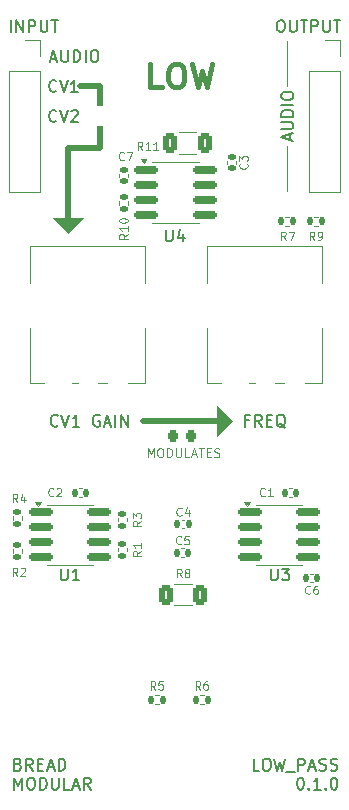
<source format=gbr>
%TF.GenerationSoftware,KiCad,Pcbnew,8.0.5*%
%TF.CreationDate,2024-11-13T11:04:00+05:30*%
%TF.ProjectId,low_pass,6c6f775f-7061-4737-932e-6b696361645f,rev?*%
%TF.SameCoordinates,Original*%
%TF.FileFunction,Legend,Top*%
%TF.FilePolarity,Positive*%
%FSLAX46Y46*%
G04 Gerber Fmt 4.6, Leading zero omitted, Abs format (unit mm)*
G04 Created by KiCad (PCBNEW 8.0.5) date 2024-11-13 11:04:00*
%MOMM*%
%LPD*%
G01*
G04 APERTURE LIST*
G04 Aperture macros list*
%AMRoundRect*
0 Rectangle with rounded corners*
0 $1 Rounding radius*
0 $2 $3 $4 $5 $6 $7 $8 $9 X,Y pos of 4 corners*
0 Add a 4 corners polygon primitive as box body*
4,1,4,$2,$3,$4,$5,$6,$7,$8,$9,$2,$3,0*
0 Add four circle primitives for the rounded corners*
1,1,$1+$1,$2,$3*
1,1,$1+$1,$4,$5*
1,1,$1+$1,$6,$7*
1,1,$1+$1,$8,$9*
0 Add four rect primitives between the rounded corners*
20,1,$1+$1,$2,$3,$4,$5,0*
20,1,$1+$1,$4,$5,$6,$7,0*
20,1,$1+$1,$6,$7,$8,$9,0*
20,1,$1+$1,$8,$9,$2,$3,0*%
G04 Aperture macros list end*
%ADD10C,0.100000*%
%ADD11C,0.500000*%
%ADD12C,0.150000*%
%ADD13C,0.200000*%
%ADD14C,0.400000*%
%ADD15C,0.120000*%
%ADD16RoundRect,0.135000X0.185000X-0.135000X0.185000X0.135000X-0.185000X0.135000X-0.185000X-0.135000X0*%
%ADD17RoundRect,0.150000X-0.825000X-0.150000X0.825000X-0.150000X0.825000X0.150000X-0.825000X0.150000X0*%
%ADD18R,2.290000X3.000000*%
%ADD19R,1.700000X1.700000*%
%ADD20O,1.700000X1.700000*%
%ADD21RoundRect,0.135000X-0.135000X-0.185000X0.135000X-0.185000X0.135000X0.185000X-0.135000X0.185000X0*%
%ADD22RoundRect,0.140000X-0.140000X-0.170000X0.140000X-0.170000X0.140000X0.170000X-0.140000X0.170000X0*%
%ADD23RoundRect,0.140000X0.140000X0.170000X-0.140000X0.170000X-0.140000X-0.170000X0.140000X-0.170000X0*%
%ADD24RoundRect,0.250000X-0.312500X-0.625000X0.312500X-0.625000X0.312500X0.625000X-0.312500X0.625000X0*%
%ADD25O,2.720000X3.240000*%
%ADD26R,1.800000X1.800000*%
%ADD27C,1.800000*%
%ADD28RoundRect,0.250000X0.312500X0.625000X-0.312500X0.625000X-0.312500X-0.625000X0.312500X-0.625000X0*%
%ADD29RoundRect,0.218750X-0.218750X-0.256250X0.218750X-0.256250X0.218750X0.256250X-0.218750X0.256250X0*%
%ADD30RoundRect,0.140000X-0.170000X0.140000X-0.170000X-0.140000X0.170000X-0.140000X0.170000X0.140000X0*%
%ADD31RoundRect,0.140000X0.170000X-0.140000X0.170000X0.140000X-0.170000X0.140000X-0.170000X-0.140000X0*%
G04 APERTURE END LIST*
D10*
X71755000Y-44450000D02*
X71755000Y-48260000D01*
X67056000Y-76581000D02*
X65786000Y-77851000D01*
X65786000Y-75311000D01*
X67056000Y-76581000D01*
G36*
X67056000Y-76581000D02*
G01*
X65786000Y-77851000D01*
X65786000Y-75311000D01*
X67056000Y-76581000D01*
G37*
X71755000Y-53340000D02*
X71755000Y-57150000D01*
X53213000Y-60706000D02*
X51943000Y-59436000D01*
X54483000Y-59436000D01*
X53213000Y-60706000D01*
G36*
X53213000Y-60706000D02*
G01*
X51943000Y-59436000D01*
X54483000Y-59436000D01*
X53213000Y-60706000D01*
G37*
D11*
X55880000Y-48260000D02*
X55880000Y-53467000D01*
X59563000Y-76581000D02*
X66294000Y-76581000D01*
X55880000Y-53467000D02*
X53213000Y-53467000D01*
D10*
X67056000Y-76581000D02*
X66421000Y-77216000D01*
X66421000Y-75946000D01*
X67056000Y-76581000D01*
G36*
X67056000Y-76581000D02*
G01*
X66421000Y-77216000D01*
X66421000Y-75946000D01*
X67056000Y-76581000D01*
G37*
D11*
X53213000Y-53467000D02*
X53213000Y-60071000D01*
X55880000Y-48260000D02*
X54229000Y-48260000D01*
D12*
X71974104Y-52796839D02*
X71974104Y-52320649D01*
X72259819Y-52892077D02*
X71259819Y-52558744D01*
X71259819Y-52558744D02*
X72259819Y-52225411D01*
X71259819Y-51892077D02*
X72069342Y-51892077D01*
X72069342Y-51892077D02*
X72164580Y-51844458D01*
X72164580Y-51844458D02*
X72212200Y-51796839D01*
X72212200Y-51796839D02*
X72259819Y-51701601D01*
X72259819Y-51701601D02*
X72259819Y-51511125D01*
X72259819Y-51511125D02*
X72212200Y-51415887D01*
X72212200Y-51415887D02*
X72164580Y-51368268D01*
X72164580Y-51368268D02*
X72069342Y-51320649D01*
X72069342Y-51320649D02*
X71259819Y-51320649D01*
X72259819Y-50844458D02*
X71259819Y-50844458D01*
X71259819Y-50844458D02*
X71259819Y-50606363D01*
X71259819Y-50606363D02*
X71307438Y-50463506D01*
X71307438Y-50463506D02*
X71402676Y-50368268D01*
X71402676Y-50368268D02*
X71497914Y-50320649D01*
X71497914Y-50320649D02*
X71688390Y-50273030D01*
X71688390Y-50273030D02*
X71831247Y-50273030D01*
X71831247Y-50273030D02*
X72021723Y-50320649D01*
X72021723Y-50320649D02*
X72116961Y-50368268D01*
X72116961Y-50368268D02*
X72212200Y-50463506D01*
X72212200Y-50463506D02*
X72259819Y-50606363D01*
X72259819Y-50606363D02*
X72259819Y-50844458D01*
X72259819Y-49844458D02*
X71259819Y-49844458D01*
X71259819Y-49177792D02*
X71259819Y-48987316D01*
X71259819Y-48987316D02*
X71307438Y-48892078D01*
X71307438Y-48892078D02*
X71402676Y-48796840D01*
X71402676Y-48796840D02*
X71593152Y-48749221D01*
X71593152Y-48749221D02*
X71926485Y-48749221D01*
X71926485Y-48749221D02*
X72116961Y-48796840D01*
X72116961Y-48796840D02*
X72212200Y-48892078D01*
X72212200Y-48892078D02*
X72259819Y-48987316D01*
X72259819Y-48987316D02*
X72259819Y-49177792D01*
X72259819Y-49177792D02*
X72212200Y-49273030D01*
X72212200Y-49273030D02*
X72116961Y-49368268D01*
X72116961Y-49368268D02*
X71926485Y-49415887D01*
X71926485Y-49415887D02*
X71593152Y-49415887D01*
X71593152Y-49415887D02*
X71402676Y-49368268D01*
X71402676Y-49368268D02*
X71307438Y-49273030D01*
X71307438Y-49273030D02*
X71259819Y-49177792D01*
X48342779Y-43684819D02*
X48342779Y-42684819D01*
X48818969Y-43684819D02*
X48818969Y-42684819D01*
X48818969Y-42684819D02*
X49390397Y-43684819D01*
X49390397Y-43684819D02*
X49390397Y-42684819D01*
X49866588Y-43684819D02*
X49866588Y-42684819D01*
X49866588Y-42684819D02*
X50247540Y-42684819D01*
X50247540Y-42684819D02*
X50342778Y-42732438D01*
X50342778Y-42732438D02*
X50390397Y-42780057D01*
X50390397Y-42780057D02*
X50438016Y-42875295D01*
X50438016Y-42875295D02*
X50438016Y-43018152D01*
X50438016Y-43018152D02*
X50390397Y-43113390D01*
X50390397Y-43113390D02*
X50342778Y-43161009D01*
X50342778Y-43161009D02*
X50247540Y-43208628D01*
X50247540Y-43208628D02*
X49866588Y-43208628D01*
X50866588Y-42684819D02*
X50866588Y-43494342D01*
X50866588Y-43494342D02*
X50914207Y-43589580D01*
X50914207Y-43589580D02*
X50961826Y-43637200D01*
X50961826Y-43637200D02*
X51057064Y-43684819D01*
X51057064Y-43684819D02*
X51247540Y-43684819D01*
X51247540Y-43684819D02*
X51342778Y-43637200D01*
X51342778Y-43637200D02*
X51390397Y-43589580D01*
X51390397Y-43589580D02*
X51438016Y-43494342D01*
X51438016Y-43494342D02*
X51438016Y-42684819D01*
X51771350Y-42684819D02*
X52342778Y-42684819D01*
X52057064Y-43684819D02*
X52057064Y-42684819D01*
X68488112Y-76562009D02*
X68154779Y-76562009D01*
X68154779Y-77085819D02*
X68154779Y-76085819D01*
X68154779Y-76085819D02*
X68630969Y-76085819D01*
X69583350Y-77085819D02*
X69250017Y-76609628D01*
X69011922Y-77085819D02*
X69011922Y-76085819D01*
X69011922Y-76085819D02*
X69392874Y-76085819D01*
X69392874Y-76085819D02*
X69488112Y-76133438D01*
X69488112Y-76133438D02*
X69535731Y-76181057D01*
X69535731Y-76181057D02*
X69583350Y-76276295D01*
X69583350Y-76276295D02*
X69583350Y-76419152D01*
X69583350Y-76419152D02*
X69535731Y-76514390D01*
X69535731Y-76514390D02*
X69488112Y-76562009D01*
X69488112Y-76562009D02*
X69392874Y-76609628D01*
X69392874Y-76609628D02*
X69011922Y-76609628D01*
X70011922Y-76562009D02*
X70345255Y-76562009D01*
X70488112Y-77085819D02*
X70011922Y-77085819D01*
X70011922Y-77085819D02*
X70011922Y-76085819D01*
X70011922Y-76085819D02*
X70488112Y-76085819D01*
X71583350Y-77181057D02*
X71488112Y-77133438D01*
X71488112Y-77133438D02*
X71392874Y-77038200D01*
X71392874Y-77038200D02*
X71250017Y-76895342D01*
X71250017Y-76895342D02*
X71154779Y-76847723D01*
X71154779Y-76847723D02*
X71059541Y-76847723D01*
X71107160Y-77085819D02*
X71011922Y-77038200D01*
X71011922Y-77038200D02*
X70916684Y-76942961D01*
X70916684Y-76942961D02*
X70869065Y-76752485D01*
X70869065Y-76752485D02*
X70869065Y-76419152D01*
X70869065Y-76419152D02*
X70916684Y-76228676D01*
X70916684Y-76228676D02*
X71011922Y-76133438D01*
X71011922Y-76133438D02*
X71107160Y-76085819D01*
X71107160Y-76085819D02*
X71297636Y-76085819D01*
X71297636Y-76085819D02*
X71392874Y-76133438D01*
X71392874Y-76133438D02*
X71488112Y-76228676D01*
X71488112Y-76228676D02*
X71535731Y-76419152D01*
X71535731Y-76419152D02*
X71535731Y-76752485D01*
X71535731Y-76752485D02*
X71488112Y-76942961D01*
X71488112Y-76942961D02*
X71392874Y-77038200D01*
X71392874Y-77038200D02*
X71297636Y-77085819D01*
X71297636Y-77085819D02*
X71107160Y-77085819D01*
D13*
X69385897Y-106207275D02*
X68909707Y-106207275D01*
X68909707Y-106207275D02*
X68909707Y-105207275D01*
X69909707Y-105207275D02*
X70100183Y-105207275D01*
X70100183Y-105207275D02*
X70195421Y-105254894D01*
X70195421Y-105254894D02*
X70290659Y-105350132D01*
X70290659Y-105350132D02*
X70338278Y-105540608D01*
X70338278Y-105540608D02*
X70338278Y-105873941D01*
X70338278Y-105873941D02*
X70290659Y-106064417D01*
X70290659Y-106064417D02*
X70195421Y-106159656D01*
X70195421Y-106159656D02*
X70100183Y-106207275D01*
X70100183Y-106207275D02*
X69909707Y-106207275D01*
X69909707Y-106207275D02*
X69814469Y-106159656D01*
X69814469Y-106159656D02*
X69719231Y-106064417D01*
X69719231Y-106064417D02*
X69671612Y-105873941D01*
X69671612Y-105873941D02*
X69671612Y-105540608D01*
X69671612Y-105540608D02*
X69719231Y-105350132D01*
X69719231Y-105350132D02*
X69814469Y-105254894D01*
X69814469Y-105254894D02*
X69909707Y-105207275D01*
X70671612Y-105207275D02*
X70909707Y-106207275D01*
X70909707Y-106207275D02*
X71100183Y-105492989D01*
X71100183Y-105492989D02*
X71290659Y-106207275D01*
X71290659Y-106207275D02*
X71528755Y-105207275D01*
X71671612Y-106302513D02*
X72433516Y-106302513D01*
X72671612Y-106207275D02*
X72671612Y-105207275D01*
X72671612Y-105207275D02*
X73052564Y-105207275D01*
X73052564Y-105207275D02*
X73147802Y-105254894D01*
X73147802Y-105254894D02*
X73195421Y-105302513D01*
X73195421Y-105302513D02*
X73243040Y-105397751D01*
X73243040Y-105397751D02*
X73243040Y-105540608D01*
X73243040Y-105540608D02*
X73195421Y-105635846D01*
X73195421Y-105635846D02*
X73147802Y-105683465D01*
X73147802Y-105683465D02*
X73052564Y-105731084D01*
X73052564Y-105731084D02*
X72671612Y-105731084D01*
X73623993Y-105921560D02*
X74100183Y-105921560D01*
X73528755Y-106207275D02*
X73862088Y-105207275D01*
X73862088Y-105207275D02*
X74195421Y-106207275D01*
X74481136Y-106159656D02*
X74623993Y-106207275D01*
X74623993Y-106207275D02*
X74862088Y-106207275D01*
X74862088Y-106207275D02*
X74957326Y-106159656D01*
X74957326Y-106159656D02*
X75004945Y-106112036D01*
X75004945Y-106112036D02*
X75052564Y-106016798D01*
X75052564Y-106016798D02*
X75052564Y-105921560D01*
X75052564Y-105921560D02*
X75004945Y-105826322D01*
X75004945Y-105826322D02*
X74957326Y-105778703D01*
X74957326Y-105778703D02*
X74862088Y-105731084D01*
X74862088Y-105731084D02*
X74671612Y-105683465D01*
X74671612Y-105683465D02*
X74576374Y-105635846D01*
X74576374Y-105635846D02*
X74528755Y-105588227D01*
X74528755Y-105588227D02*
X74481136Y-105492989D01*
X74481136Y-105492989D02*
X74481136Y-105397751D01*
X74481136Y-105397751D02*
X74528755Y-105302513D01*
X74528755Y-105302513D02*
X74576374Y-105254894D01*
X74576374Y-105254894D02*
X74671612Y-105207275D01*
X74671612Y-105207275D02*
X74909707Y-105207275D01*
X74909707Y-105207275D02*
X75052564Y-105254894D01*
X75433517Y-106159656D02*
X75576374Y-106207275D01*
X75576374Y-106207275D02*
X75814469Y-106207275D01*
X75814469Y-106207275D02*
X75909707Y-106159656D01*
X75909707Y-106159656D02*
X75957326Y-106112036D01*
X75957326Y-106112036D02*
X76004945Y-106016798D01*
X76004945Y-106016798D02*
X76004945Y-105921560D01*
X76004945Y-105921560D02*
X75957326Y-105826322D01*
X75957326Y-105826322D02*
X75909707Y-105778703D01*
X75909707Y-105778703D02*
X75814469Y-105731084D01*
X75814469Y-105731084D02*
X75623993Y-105683465D01*
X75623993Y-105683465D02*
X75528755Y-105635846D01*
X75528755Y-105635846D02*
X75481136Y-105588227D01*
X75481136Y-105588227D02*
X75433517Y-105492989D01*
X75433517Y-105492989D02*
X75433517Y-105397751D01*
X75433517Y-105397751D02*
X75481136Y-105302513D01*
X75481136Y-105302513D02*
X75528755Y-105254894D01*
X75528755Y-105254894D02*
X75623993Y-105207275D01*
X75623993Y-105207275D02*
X75862088Y-105207275D01*
X75862088Y-105207275D02*
X76004945Y-105254894D01*
X72814470Y-106817219D02*
X72909708Y-106817219D01*
X72909708Y-106817219D02*
X73004946Y-106864838D01*
X73004946Y-106864838D02*
X73052565Y-106912457D01*
X73052565Y-106912457D02*
X73100184Y-107007695D01*
X73100184Y-107007695D02*
X73147803Y-107198171D01*
X73147803Y-107198171D02*
X73147803Y-107436266D01*
X73147803Y-107436266D02*
X73100184Y-107626742D01*
X73100184Y-107626742D02*
X73052565Y-107721980D01*
X73052565Y-107721980D02*
X73004946Y-107769600D01*
X73004946Y-107769600D02*
X72909708Y-107817219D01*
X72909708Y-107817219D02*
X72814470Y-107817219D01*
X72814470Y-107817219D02*
X72719232Y-107769600D01*
X72719232Y-107769600D02*
X72671613Y-107721980D01*
X72671613Y-107721980D02*
X72623994Y-107626742D01*
X72623994Y-107626742D02*
X72576375Y-107436266D01*
X72576375Y-107436266D02*
X72576375Y-107198171D01*
X72576375Y-107198171D02*
X72623994Y-107007695D01*
X72623994Y-107007695D02*
X72671613Y-106912457D01*
X72671613Y-106912457D02*
X72719232Y-106864838D01*
X72719232Y-106864838D02*
X72814470Y-106817219D01*
X73576375Y-107721980D02*
X73623994Y-107769600D01*
X73623994Y-107769600D02*
X73576375Y-107817219D01*
X73576375Y-107817219D02*
X73528756Y-107769600D01*
X73528756Y-107769600D02*
X73576375Y-107721980D01*
X73576375Y-107721980D02*
X73576375Y-107817219D01*
X74576374Y-107817219D02*
X74004946Y-107817219D01*
X74290660Y-107817219D02*
X74290660Y-106817219D01*
X74290660Y-106817219D02*
X74195422Y-106960076D01*
X74195422Y-106960076D02*
X74100184Y-107055314D01*
X74100184Y-107055314D02*
X74004946Y-107102933D01*
X75004946Y-107721980D02*
X75052565Y-107769600D01*
X75052565Y-107769600D02*
X75004946Y-107817219D01*
X75004946Y-107817219D02*
X74957327Y-107769600D01*
X74957327Y-107769600D02*
X75004946Y-107721980D01*
X75004946Y-107721980D02*
X75004946Y-107817219D01*
X75671612Y-106817219D02*
X75766850Y-106817219D01*
X75766850Y-106817219D02*
X75862088Y-106864838D01*
X75862088Y-106864838D02*
X75909707Y-106912457D01*
X75909707Y-106912457D02*
X75957326Y-107007695D01*
X75957326Y-107007695D02*
X76004945Y-107198171D01*
X76004945Y-107198171D02*
X76004945Y-107436266D01*
X76004945Y-107436266D02*
X75957326Y-107626742D01*
X75957326Y-107626742D02*
X75909707Y-107721980D01*
X75909707Y-107721980D02*
X75862088Y-107769600D01*
X75862088Y-107769600D02*
X75766850Y-107817219D01*
X75766850Y-107817219D02*
X75671612Y-107817219D01*
X75671612Y-107817219D02*
X75576374Y-107769600D01*
X75576374Y-107769600D02*
X75528755Y-107721980D01*
X75528755Y-107721980D02*
X75481136Y-107626742D01*
X75481136Y-107626742D02*
X75433517Y-107436266D01*
X75433517Y-107436266D02*
X75433517Y-107198171D01*
X75433517Y-107198171D02*
X75481136Y-107007695D01*
X75481136Y-107007695D02*
X75528755Y-106912457D01*
X75528755Y-106912457D02*
X75576374Y-106864838D01*
X75576374Y-106864838D02*
X75671612Y-106817219D01*
D12*
X52343207Y-76990580D02*
X52295588Y-77038200D01*
X52295588Y-77038200D02*
X52152731Y-77085819D01*
X52152731Y-77085819D02*
X52057493Y-77085819D01*
X52057493Y-77085819D02*
X51914636Y-77038200D01*
X51914636Y-77038200D02*
X51819398Y-76942961D01*
X51819398Y-76942961D02*
X51771779Y-76847723D01*
X51771779Y-76847723D02*
X51724160Y-76657247D01*
X51724160Y-76657247D02*
X51724160Y-76514390D01*
X51724160Y-76514390D02*
X51771779Y-76323914D01*
X51771779Y-76323914D02*
X51819398Y-76228676D01*
X51819398Y-76228676D02*
X51914636Y-76133438D01*
X51914636Y-76133438D02*
X52057493Y-76085819D01*
X52057493Y-76085819D02*
X52152731Y-76085819D01*
X52152731Y-76085819D02*
X52295588Y-76133438D01*
X52295588Y-76133438D02*
X52343207Y-76181057D01*
X52628922Y-76085819D02*
X52962255Y-77085819D01*
X52962255Y-77085819D02*
X53295588Y-76085819D01*
X54152731Y-77085819D02*
X53581303Y-77085819D01*
X53867017Y-77085819D02*
X53867017Y-76085819D01*
X53867017Y-76085819D02*
X53771779Y-76228676D01*
X53771779Y-76228676D02*
X53676541Y-76323914D01*
X53676541Y-76323914D02*
X53581303Y-76371533D01*
X55867017Y-76133438D02*
X55771779Y-76085819D01*
X55771779Y-76085819D02*
X55628922Y-76085819D01*
X55628922Y-76085819D02*
X55486065Y-76133438D01*
X55486065Y-76133438D02*
X55390827Y-76228676D01*
X55390827Y-76228676D02*
X55343208Y-76323914D01*
X55343208Y-76323914D02*
X55295589Y-76514390D01*
X55295589Y-76514390D02*
X55295589Y-76657247D01*
X55295589Y-76657247D02*
X55343208Y-76847723D01*
X55343208Y-76847723D02*
X55390827Y-76942961D01*
X55390827Y-76942961D02*
X55486065Y-77038200D01*
X55486065Y-77038200D02*
X55628922Y-77085819D01*
X55628922Y-77085819D02*
X55724160Y-77085819D01*
X55724160Y-77085819D02*
X55867017Y-77038200D01*
X55867017Y-77038200D02*
X55914636Y-76990580D01*
X55914636Y-76990580D02*
X55914636Y-76657247D01*
X55914636Y-76657247D02*
X55724160Y-76657247D01*
X56295589Y-76800104D02*
X56771779Y-76800104D01*
X56200351Y-77085819D02*
X56533684Y-76085819D01*
X56533684Y-76085819D02*
X56867017Y-77085819D01*
X57200351Y-77085819D02*
X57200351Y-76085819D01*
X57676541Y-77085819D02*
X57676541Y-76085819D01*
X57676541Y-76085819D02*
X58247969Y-77085819D01*
X58247969Y-77085819D02*
X58247969Y-76085819D01*
X51724160Y-45939104D02*
X52200350Y-45939104D01*
X51628922Y-46224819D02*
X51962255Y-45224819D01*
X51962255Y-45224819D02*
X52295588Y-46224819D01*
X52628922Y-45224819D02*
X52628922Y-46034342D01*
X52628922Y-46034342D02*
X52676541Y-46129580D01*
X52676541Y-46129580D02*
X52724160Y-46177200D01*
X52724160Y-46177200D02*
X52819398Y-46224819D01*
X52819398Y-46224819D02*
X53009874Y-46224819D01*
X53009874Y-46224819D02*
X53105112Y-46177200D01*
X53105112Y-46177200D02*
X53152731Y-46129580D01*
X53152731Y-46129580D02*
X53200350Y-46034342D01*
X53200350Y-46034342D02*
X53200350Y-45224819D01*
X53676541Y-46224819D02*
X53676541Y-45224819D01*
X53676541Y-45224819D02*
X53914636Y-45224819D01*
X53914636Y-45224819D02*
X54057493Y-45272438D01*
X54057493Y-45272438D02*
X54152731Y-45367676D01*
X54152731Y-45367676D02*
X54200350Y-45462914D01*
X54200350Y-45462914D02*
X54247969Y-45653390D01*
X54247969Y-45653390D02*
X54247969Y-45796247D01*
X54247969Y-45796247D02*
X54200350Y-45986723D01*
X54200350Y-45986723D02*
X54152731Y-46081961D01*
X54152731Y-46081961D02*
X54057493Y-46177200D01*
X54057493Y-46177200D02*
X53914636Y-46224819D01*
X53914636Y-46224819D02*
X53676541Y-46224819D01*
X54676541Y-46224819D02*
X54676541Y-45224819D01*
X55343207Y-45224819D02*
X55533683Y-45224819D01*
X55533683Y-45224819D02*
X55628921Y-45272438D01*
X55628921Y-45272438D02*
X55724159Y-45367676D01*
X55724159Y-45367676D02*
X55771778Y-45558152D01*
X55771778Y-45558152D02*
X55771778Y-45891485D01*
X55771778Y-45891485D02*
X55724159Y-46081961D01*
X55724159Y-46081961D02*
X55628921Y-46177200D01*
X55628921Y-46177200D02*
X55533683Y-46224819D01*
X55533683Y-46224819D02*
X55343207Y-46224819D01*
X55343207Y-46224819D02*
X55247969Y-46177200D01*
X55247969Y-46177200D02*
X55152731Y-46081961D01*
X55152731Y-46081961D02*
X55105112Y-45891485D01*
X55105112Y-45891485D02*
X55105112Y-45558152D01*
X55105112Y-45558152D02*
X55152731Y-45367676D01*
X55152731Y-45367676D02*
X55247969Y-45272438D01*
X55247969Y-45272438D02*
X55343207Y-45224819D01*
D14*
X61127728Y-48375438D02*
X60175347Y-48375438D01*
X60175347Y-48375438D02*
X60175347Y-46375438D01*
X62175347Y-46375438D02*
X62556300Y-46375438D01*
X62556300Y-46375438D02*
X62746776Y-46470676D01*
X62746776Y-46470676D02*
X62937252Y-46661152D01*
X62937252Y-46661152D02*
X63032490Y-47042104D01*
X63032490Y-47042104D02*
X63032490Y-47708771D01*
X63032490Y-47708771D02*
X62937252Y-48089723D01*
X62937252Y-48089723D02*
X62746776Y-48280200D01*
X62746776Y-48280200D02*
X62556300Y-48375438D01*
X62556300Y-48375438D02*
X62175347Y-48375438D01*
X62175347Y-48375438D02*
X61984871Y-48280200D01*
X61984871Y-48280200D02*
X61794395Y-48089723D01*
X61794395Y-48089723D02*
X61699157Y-47708771D01*
X61699157Y-47708771D02*
X61699157Y-47042104D01*
X61699157Y-47042104D02*
X61794395Y-46661152D01*
X61794395Y-46661152D02*
X61984871Y-46470676D01*
X61984871Y-46470676D02*
X62175347Y-46375438D01*
X63699157Y-46375438D02*
X64175347Y-48375438D01*
X64175347Y-48375438D02*
X64556300Y-46946866D01*
X64556300Y-46946866D02*
X64937252Y-48375438D01*
X64937252Y-48375438D02*
X65413443Y-46375438D01*
D12*
X52216207Y-51209580D02*
X52168588Y-51257200D01*
X52168588Y-51257200D02*
X52025731Y-51304819D01*
X52025731Y-51304819D02*
X51930493Y-51304819D01*
X51930493Y-51304819D02*
X51787636Y-51257200D01*
X51787636Y-51257200D02*
X51692398Y-51161961D01*
X51692398Y-51161961D02*
X51644779Y-51066723D01*
X51644779Y-51066723D02*
X51597160Y-50876247D01*
X51597160Y-50876247D02*
X51597160Y-50733390D01*
X51597160Y-50733390D02*
X51644779Y-50542914D01*
X51644779Y-50542914D02*
X51692398Y-50447676D01*
X51692398Y-50447676D02*
X51787636Y-50352438D01*
X51787636Y-50352438D02*
X51930493Y-50304819D01*
X51930493Y-50304819D02*
X52025731Y-50304819D01*
X52025731Y-50304819D02*
X52168588Y-50352438D01*
X52168588Y-50352438D02*
X52216207Y-50400057D01*
X52501922Y-50304819D02*
X52835255Y-51304819D01*
X52835255Y-51304819D02*
X53168588Y-50304819D01*
X53454303Y-50400057D02*
X53501922Y-50352438D01*
X53501922Y-50352438D02*
X53597160Y-50304819D01*
X53597160Y-50304819D02*
X53835255Y-50304819D01*
X53835255Y-50304819D02*
X53930493Y-50352438D01*
X53930493Y-50352438D02*
X53978112Y-50400057D01*
X53978112Y-50400057D02*
X54025731Y-50495295D01*
X54025731Y-50495295D02*
X54025731Y-50590533D01*
X54025731Y-50590533D02*
X53978112Y-50733390D01*
X53978112Y-50733390D02*
X53406684Y-51304819D01*
X53406684Y-51304819D02*
X54025731Y-51304819D01*
X71117220Y-42684819D02*
X71307696Y-42684819D01*
X71307696Y-42684819D02*
X71402934Y-42732438D01*
X71402934Y-42732438D02*
X71498172Y-42827676D01*
X71498172Y-42827676D02*
X71545791Y-43018152D01*
X71545791Y-43018152D02*
X71545791Y-43351485D01*
X71545791Y-43351485D02*
X71498172Y-43541961D01*
X71498172Y-43541961D02*
X71402934Y-43637200D01*
X71402934Y-43637200D02*
X71307696Y-43684819D01*
X71307696Y-43684819D02*
X71117220Y-43684819D01*
X71117220Y-43684819D02*
X71021982Y-43637200D01*
X71021982Y-43637200D02*
X70926744Y-43541961D01*
X70926744Y-43541961D02*
X70879125Y-43351485D01*
X70879125Y-43351485D02*
X70879125Y-43018152D01*
X70879125Y-43018152D02*
X70926744Y-42827676D01*
X70926744Y-42827676D02*
X71021982Y-42732438D01*
X71021982Y-42732438D02*
X71117220Y-42684819D01*
X71974363Y-42684819D02*
X71974363Y-43494342D01*
X71974363Y-43494342D02*
X72021982Y-43589580D01*
X72021982Y-43589580D02*
X72069601Y-43637200D01*
X72069601Y-43637200D02*
X72164839Y-43684819D01*
X72164839Y-43684819D02*
X72355315Y-43684819D01*
X72355315Y-43684819D02*
X72450553Y-43637200D01*
X72450553Y-43637200D02*
X72498172Y-43589580D01*
X72498172Y-43589580D02*
X72545791Y-43494342D01*
X72545791Y-43494342D02*
X72545791Y-42684819D01*
X72879125Y-42684819D02*
X73450553Y-42684819D01*
X73164839Y-43684819D02*
X73164839Y-42684819D01*
X73783887Y-43684819D02*
X73783887Y-42684819D01*
X73783887Y-42684819D02*
X74164839Y-42684819D01*
X74164839Y-42684819D02*
X74260077Y-42732438D01*
X74260077Y-42732438D02*
X74307696Y-42780057D01*
X74307696Y-42780057D02*
X74355315Y-42875295D01*
X74355315Y-42875295D02*
X74355315Y-43018152D01*
X74355315Y-43018152D02*
X74307696Y-43113390D01*
X74307696Y-43113390D02*
X74260077Y-43161009D01*
X74260077Y-43161009D02*
X74164839Y-43208628D01*
X74164839Y-43208628D02*
X73783887Y-43208628D01*
X74783887Y-42684819D02*
X74783887Y-43494342D01*
X74783887Y-43494342D02*
X74831506Y-43589580D01*
X74831506Y-43589580D02*
X74879125Y-43637200D01*
X74879125Y-43637200D02*
X74974363Y-43684819D01*
X74974363Y-43684819D02*
X75164839Y-43684819D01*
X75164839Y-43684819D02*
X75260077Y-43637200D01*
X75260077Y-43637200D02*
X75307696Y-43589580D01*
X75307696Y-43589580D02*
X75355315Y-43494342D01*
X75355315Y-43494342D02*
X75355315Y-42684819D01*
X75688649Y-42684819D02*
X76260077Y-42684819D01*
X75974363Y-43684819D02*
X75974363Y-42684819D01*
D10*
X59934360Y-79659014D02*
X59934360Y-78909014D01*
X59934360Y-78909014D02*
X60184360Y-79444728D01*
X60184360Y-79444728D02*
X60434360Y-78909014D01*
X60434360Y-78909014D02*
X60434360Y-79659014D01*
X60934360Y-78909014D02*
X61077217Y-78909014D01*
X61077217Y-78909014D02*
X61148646Y-78944728D01*
X61148646Y-78944728D02*
X61220074Y-79016157D01*
X61220074Y-79016157D02*
X61255789Y-79159014D01*
X61255789Y-79159014D02*
X61255789Y-79409014D01*
X61255789Y-79409014D02*
X61220074Y-79551871D01*
X61220074Y-79551871D02*
X61148646Y-79623300D01*
X61148646Y-79623300D02*
X61077217Y-79659014D01*
X61077217Y-79659014D02*
X60934360Y-79659014D01*
X60934360Y-79659014D02*
X60862932Y-79623300D01*
X60862932Y-79623300D02*
X60791503Y-79551871D01*
X60791503Y-79551871D02*
X60755789Y-79409014D01*
X60755789Y-79409014D02*
X60755789Y-79159014D01*
X60755789Y-79159014D02*
X60791503Y-79016157D01*
X60791503Y-79016157D02*
X60862932Y-78944728D01*
X60862932Y-78944728D02*
X60934360Y-78909014D01*
X61577217Y-79659014D02*
X61577217Y-78909014D01*
X61577217Y-78909014D02*
X61755788Y-78909014D01*
X61755788Y-78909014D02*
X61862931Y-78944728D01*
X61862931Y-78944728D02*
X61934360Y-79016157D01*
X61934360Y-79016157D02*
X61970074Y-79087585D01*
X61970074Y-79087585D02*
X62005788Y-79230442D01*
X62005788Y-79230442D02*
X62005788Y-79337585D01*
X62005788Y-79337585D02*
X61970074Y-79480442D01*
X61970074Y-79480442D02*
X61934360Y-79551871D01*
X61934360Y-79551871D02*
X61862931Y-79623300D01*
X61862931Y-79623300D02*
X61755788Y-79659014D01*
X61755788Y-79659014D02*
X61577217Y-79659014D01*
X62327217Y-78909014D02*
X62327217Y-79516157D01*
X62327217Y-79516157D02*
X62362931Y-79587585D01*
X62362931Y-79587585D02*
X62398646Y-79623300D01*
X62398646Y-79623300D02*
X62470074Y-79659014D01*
X62470074Y-79659014D02*
X62612931Y-79659014D01*
X62612931Y-79659014D02*
X62684360Y-79623300D01*
X62684360Y-79623300D02*
X62720074Y-79587585D01*
X62720074Y-79587585D02*
X62755788Y-79516157D01*
X62755788Y-79516157D02*
X62755788Y-78909014D01*
X63470074Y-79659014D02*
X63112931Y-79659014D01*
X63112931Y-79659014D02*
X63112931Y-78909014D01*
X63684360Y-79444728D02*
X64041503Y-79444728D01*
X63612931Y-79659014D02*
X63862931Y-78909014D01*
X63862931Y-78909014D02*
X64112931Y-79659014D01*
X64255788Y-78909014D02*
X64684360Y-78909014D01*
X64470074Y-79659014D02*
X64470074Y-78909014D01*
X64934360Y-79266157D02*
X65184360Y-79266157D01*
X65291503Y-79659014D02*
X64934360Y-79659014D01*
X64934360Y-79659014D02*
X64934360Y-78909014D01*
X64934360Y-78909014D02*
X65291503Y-78909014D01*
X65577217Y-79623300D02*
X65684360Y-79659014D01*
X65684360Y-79659014D02*
X65862931Y-79659014D01*
X65862931Y-79659014D02*
X65934360Y-79623300D01*
X65934360Y-79623300D02*
X65970074Y-79587585D01*
X65970074Y-79587585D02*
X66005788Y-79516157D01*
X66005788Y-79516157D02*
X66005788Y-79444728D01*
X66005788Y-79444728D02*
X65970074Y-79373300D01*
X65970074Y-79373300D02*
X65934360Y-79337585D01*
X65934360Y-79337585D02*
X65862931Y-79301871D01*
X65862931Y-79301871D02*
X65720074Y-79266157D01*
X65720074Y-79266157D02*
X65648645Y-79230442D01*
X65648645Y-79230442D02*
X65612931Y-79194728D01*
X65612931Y-79194728D02*
X65577217Y-79123300D01*
X65577217Y-79123300D02*
X65577217Y-79051871D01*
X65577217Y-79051871D02*
X65612931Y-78980442D01*
X65612931Y-78980442D02*
X65648645Y-78944728D01*
X65648645Y-78944728D02*
X65720074Y-78909014D01*
X65720074Y-78909014D02*
X65898645Y-78909014D01*
X65898645Y-78909014D02*
X66005788Y-78944728D01*
D12*
X52216207Y-48669580D02*
X52168588Y-48717200D01*
X52168588Y-48717200D02*
X52025731Y-48764819D01*
X52025731Y-48764819D02*
X51930493Y-48764819D01*
X51930493Y-48764819D02*
X51787636Y-48717200D01*
X51787636Y-48717200D02*
X51692398Y-48621961D01*
X51692398Y-48621961D02*
X51644779Y-48526723D01*
X51644779Y-48526723D02*
X51597160Y-48336247D01*
X51597160Y-48336247D02*
X51597160Y-48193390D01*
X51597160Y-48193390D02*
X51644779Y-48002914D01*
X51644779Y-48002914D02*
X51692398Y-47907676D01*
X51692398Y-47907676D02*
X51787636Y-47812438D01*
X51787636Y-47812438D02*
X51930493Y-47764819D01*
X51930493Y-47764819D02*
X52025731Y-47764819D01*
X52025731Y-47764819D02*
X52168588Y-47812438D01*
X52168588Y-47812438D02*
X52216207Y-47860057D01*
X52501922Y-47764819D02*
X52835255Y-48764819D01*
X52835255Y-48764819D02*
X53168588Y-47764819D01*
X54025731Y-48764819D02*
X53454303Y-48764819D01*
X53740017Y-48764819D02*
X53740017Y-47764819D01*
X53740017Y-47764819D02*
X53644779Y-47907676D01*
X53644779Y-47907676D02*
X53549541Y-48002914D01*
X53549541Y-48002914D02*
X53454303Y-48050533D01*
D13*
X48963006Y-105683465D02*
X49105863Y-105731084D01*
X49105863Y-105731084D02*
X49153482Y-105778703D01*
X49153482Y-105778703D02*
X49201101Y-105873941D01*
X49201101Y-105873941D02*
X49201101Y-106016798D01*
X49201101Y-106016798D02*
X49153482Y-106112036D01*
X49153482Y-106112036D02*
X49105863Y-106159656D01*
X49105863Y-106159656D02*
X49010625Y-106207275D01*
X49010625Y-106207275D02*
X48629673Y-106207275D01*
X48629673Y-106207275D02*
X48629673Y-105207275D01*
X48629673Y-105207275D02*
X48963006Y-105207275D01*
X48963006Y-105207275D02*
X49058244Y-105254894D01*
X49058244Y-105254894D02*
X49105863Y-105302513D01*
X49105863Y-105302513D02*
X49153482Y-105397751D01*
X49153482Y-105397751D02*
X49153482Y-105492989D01*
X49153482Y-105492989D02*
X49105863Y-105588227D01*
X49105863Y-105588227D02*
X49058244Y-105635846D01*
X49058244Y-105635846D02*
X48963006Y-105683465D01*
X48963006Y-105683465D02*
X48629673Y-105683465D01*
X50201101Y-106207275D02*
X49867768Y-105731084D01*
X49629673Y-106207275D02*
X49629673Y-105207275D01*
X49629673Y-105207275D02*
X50010625Y-105207275D01*
X50010625Y-105207275D02*
X50105863Y-105254894D01*
X50105863Y-105254894D02*
X50153482Y-105302513D01*
X50153482Y-105302513D02*
X50201101Y-105397751D01*
X50201101Y-105397751D02*
X50201101Y-105540608D01*
X50201101Y-105540608D02*
X50153482Y-105635846D01*
X50153482Y-105635846D02*
X50105863Y-105683465D01*
X50105863Y-105683465D02*
X50010625Y-105731084D01*
X50010625Y-105731084D02*
X49629673Y-105731084D01*
X50629673Y-105683465D02*
X50963006Y-105683465D01*
X51105863Y-106207275D02*
X50629673Y-106207275D01*
X50629673Y-106207275D02*
X50629673Y-105207275D01*
X50629673Y-105207275D02*
X51105863Y-105207275D01*
X51486816Y-105921560D02*
X51963006Y-105921560D01*
X51391578Y-106207275D02*
X51724911Y-105207275D01*
X51724911Y-105207275D02*
X52058244Y-106207275D01*
X52391578Y-106207275D02*
X52391578Y-105207275D01*
X52391578Y-105207275D02*
X52629673Y-105207275D01*
X52629673Y-105207275D02*
X52772530Y-105254894D01*
X52772530Y-105254894D02*
X52867768Y-105350132D01*
X52867768Y-105350132D02*
X52915387Y-105445370D01*
X52915387Y-105445370D02*
X52963006Y-105635846D01*
X52963006Y-105635846D02*
X52963006Y-105778703D01*
X52963006Y-105778703D02*
X52915387Y-105969179D01*
X52915387Y-105969179D02*
X52867768Y-106064417D01*
X52867768Y-106064417D02*
X52772530Y-106159656D01*
X52772530Y-106159656D02*
X52629673Y-106207275D01*
X52629673Y-106207275D02*
X52391578Y-106207275D01*
X48629673Y-107817219D02*
X48629673Y-106817219D01*
X48629673Y-106817219D02*
X48963006Y-107531504D01*
X48963006Y-107531504D02*
X49296339Y-106817219D01*
X49296339Y-106817219D02*
X49296339Y-107817219D01*
X49963006Y-106817219D02*
X50153482Y-106817219D01*
X50153482Y-106817219D02*
X50248720Y-106864838D01*
X50248720Y-106864838D02*
X50343958Y-106960076D01*
X50343958Y-106960076D02*
X50391577Y-107150552D01*
X50391577Y-107150552D02*
X50391577Y-107483885D01*
X50391577Y-107483885D02*
X50343958Y-107674361D01*
X50343958Y-107674361D02*
X50248720Y-107769600D01*
X50248720Y-107769600D02*
X50153482Y-107817219D01*
X50153482Y-107817219D02*
X49963006Y-107817219D01*
X49963006Y-107817219D02*
X49867768Y-107769600D01*
X49867768Y-107769600D02*
X49772530Y-107674361D01*
X49772530Y-107674361D02*
X49724911Y-107483885D01*
X49724911Y-107483885D02*
X49724911Y-107150552D01*
X49724911Y-107150552D02*
X49772530Y-106960076D01*
X49772530Y-106960076D02*
X49867768Y-106864838D01*
X49867768Y-106864838D02*
X49963006Y-106817219D01*
X50820149Y-107817219D02*
X50820149Y-106817219D01*
X50820149Y-106817219D02*
X51058244Y-106817219D01*
X51058244Y-106817219D02*
X51201101Y-106864838D01*
X51201101Y-106864838D02*
X51296339Y-106960076D01*
X51296339Y-106960076D02*
X51343958Y-107055314D01*
X51343958Y-107055314D02*
X51391577Y-107245790D01*
X51391577Y-107245790D02*
X51391577Y-107388647D01*
X51391577Y-107388647D02*
X51343958Y-107579123D01*
X51343958Y-107579123D02*
X51296339Y-107674361D01*
X51296339Y-107674361D02*
X51201101Y-107769600D01*
X51201101Y-107769600D02*
X51058244Y-107817219D01*
X51058244Y-107817219D02*
X50820149Y-107817219D01*
X51820149Y-106817219D02*
X51820149Y-107626742D01*
X51820149Y-107626742D02*
X51867768Y-107721980D01*
X51867768Y-107721980D02*
X51915387Y-107769600D01*
X51915387Y-107769600D02*
X52010625Y-107817219D01*
X52010625Y-107817219D02*
X52201101Y-107817219D01*
X52201101Y-107817219D02*
X52296339Y-107769600D01*
X52296339Y-107769600D02*
X52343958Y-107721980D01*
X52343958Y-107721980D02*
X52391577Y-107626742D01*
X52391577Y-107626742D02*
X52391577Y-106817219D01*
X53343958Y-107817219D02*
X52867768Y-107817219D01*
X52867768Y-107817219D02*
X52867768Y-106817219D01*
X53629673Y-107531504D02*
X54105863Y-107531504D01*
X53534435Y-107817219D02*
X53867768Y-106817219D01*
X53867768Y-106817219D02*
X54201101Y-107817219D01*
X55105863Y-107817219D02*
X54772530Y-107341028D01*
X54534435Y-107817219D02*
X54534435Y-106817219D01*
X54534435Y-106817219D02*
X54915387Y-106817219D01*
X54915387Y-106817219D02*
X55010625Y-106864838D01*
X55010625Y-106864838D02*
X55058244Y-106912457D01*
X55058244Y-106912457D02*
X55105863Y-107007695D01*
X55105863Y-107007695D02*
X55105863Y-107150552D01*
X55105863Y-107150552D02*
X55058244Y-107245790D01*
X55058244Y-107245790D02*
X55010625Y-107293409D01*
X55010625Y-107293409D02*
X54915387Y-107341028D01*
X54915387Y-107341028D02*
X54534435Y-107341028D01*
D10*
X48905333Y-89726633D02*
X48672000Y-89393300D01*
X48505333Y-89726633D02*
X48505333Y-89026633D01*
X48505333Y-89026633D02*
X48772000Y-89026633D01*
X48772000Y-89026633D02*
X48838667Y-89059966D01*
X48838667Y-89059966D02*
X48872000Y-89093300D01*
X48872000Y-89093300D02*
X48905333Y-89159966D01*
X48905333Y-89159966D02*
X48905333Y-89259966D01*
X48905333Y-89259966D02*
X48872000Y-89326633D01*
X48872000Y-89326633D02*
X48838667Y-89359966D01*
X48838667Y-89359966D02*
X48772000Y-89393300D01*
X48772000Y-89393300D02*
X48505333Y-89393300D01*
X49172000Y-89093300D02*
X49205333Y-89059966D01*
X49205333Y-89059966D02*
X49272000Y-89026633D01*
X49272000Y-89026633D02*
X49438667Y-89026633D01*
X49438667Y-89026633D02*
X49505333Y-89059966D01*
X49505333Y-89059966D02*
X49538667Y-89093300D01*
X49538667Y-89093300D02*
X49572000Y-89159966D01*
X49572000Y-89159966D02*
X49572000Y-89226633D01*
X49572000Y-89226633D02*
X49538667Y-89326633D01*
X49538667Y-89326633D02*
X49138667Y-89726633D01*
X49138667Y-89726633D02*
X49572000Y-89726633D01*
D12*
X61468095Y-60414819D02*
X61468095Y-61224342D01*
X61468095Y-61224342D02*
X61515714Y-61319580D01*
X61515714Y-61319580D02*
X61563333Y-61367200D01*
X61563333Y-61367200D02*
X61658571Y-61414819D01*
X61658571Y-61414819D02*
X61849047Y-61414819D01*
X61849047Y-61414819D02*
X61944285Y-61367200D01*
X61944285Y-61367200D02*
X61991904Y-61319580D01*
X61991904Y-61319580D02*
X62039523Y-61224342D01*
X62039523Y-61224342D02*
X62039523Y-60414819D01*
X62944285Y-60748152D02*
X62944285Y-61414819D01*
X62706190Y-60367200D02*
X62468095Y-61081485D01*
X62468095Y-61081485D02*
X63087142Y-61081485D01*
D10*
X58230633Y-60775000D02*
X57897300Y-61008333D01*
X58230633Y-61175000D02*
X57530633Y-61175000D01*
X57530633Y-61175000D02*
X57530633Y-60908333D01*
X57530633Y-60908333D02*
X57563966Y-60841667D01*
X57563966Y-60841667D02*
X57597300Y-60808333D01*
X57597300Y-60808333D02*
X57663966Y-60775000D01*
X57663966Y-60775000D02*
X57763966Y-60775000D01*
X57763966Y-60775000D02*
X57830633Y-60808333D01*
X57830633Y-60808333D02*
X57863966Y-60841667D01*
X57863966Y-60841667D02*
X57897300Y-60908333D01*
X57897300Y-60908333D02*
X57897300Y-61175000D01*
X58230633Y-60108333D02*
X58230633Y-60508333D01*
X58230633Y-60308333D02*
X57530633Y-60308333D01*
X57530633Y-60308333D02*
X57630633Y-60375000D01*
X57630633Y-60375000D02*
X57697300Y-60441667D01*
X57697300Y-60441667D02*
X57730633Y-60508333D01*
X57530633Y-59675000D02*
X57530633Y-59608333D01*
X57530633Y-59608333D02*
X57563966Y-59541666D01*
X57563966Y-59541666D02*
X57597300Y-59508333D01*
X57597300Y-59508333D02*
X57663966Y-59475000D01*
X57663966Y-59475000D02*
X57797300Y-59441666D01*
X57797300Y-59441666D02*
X57963966Y-59441666D01*
X57963966Y-59441666D02*
X58097300Y-59475000D01*
X58097300Y-59475000D02*
X58163966Y-59508333D01*
X58163966Y-59508333D02*
X58197300Y-59541666D01*
X58197300Y-59541666D02*
X58230633Y-59608333D01*
X58230633Y-59608333D02*
X58230633Y-59675000D01*
X58230633Y-59675000D02*
X58197300Y-59741666D01*
X58197300Y-59741666D02*
X58163966Y-59775000D01*
X58163966Y-59775000D02*
X58097300Y-59808333D01*
X58097300Y-59808333D02*
X57963966Y-59841666D01*
X57963966Y-59841666D02*
X57797300Y-59841666D01*
X57797300Y-59841666D02*
X57663966Y-59808333D01*
X57663966Y-59808333D02*
X57597300Y-59775000D01*
X57597300Y-59775000D02*
X57563966Y-59741666D01*
X57563966Y-59741666D02*
X57530633Y-59675000D01*
X60587333Y-99351633D02*
X60354000Y-99018300D01*
X60187333Y-99351633D02*
X60187333Y-98651633D01*
X60187333Y-98651633D02*
X60454000Y-98651633D01*
X60454000Y-98651633D02*
X60520667Y-98684966D01*
X60520667Y-98684966D02*
X60554000Y-98718300D01*
X60554000Y-98718300D02*
X60587333Y-98784966D01*
X60587333Y-98784966D02*
X60587333Y-98884966D01*
X60587333Y-98884966D02*
X60554000Y-98951633D01*
X60554000Y-98951633D02*
X60520667Y-98984966D01*
X60520667Y-98984966D02*
X60454000Y-99018300D01*
X60454000Y-99018300D02*
X60187333Y-99018300D01*
X61220667Y-98651633D02*
X60887333Y-98651633D01*
X60887333Y-98651633D02*
X60854000Y-98984966D01*
X60854000Y-98984966D02*
X60887333Y-98951633D01*
X60887333Y-98951633D02*
X60954000Y-98918300D01*
X60954000Y-98918300D02*
X61120667Y-98918300D01*
X61120667Y-98918300D02*
X61187333Y-98951633D01*
X61187333Y-98951633D02*
X61220667Y-98984966D01*
X61220667Y-98984966D02*
X61254000Y-99051633D01*
X61254000Y-99051633D02*
X61254000Y-99218300D01*
X61254000Y-99218300D02*
X61220667Y-99284966D01*
X61220667Y-99284966D02*
X61187333Y-99318300D01*
X61187333Y-99318300D02*
X61120667Y-99351633D01*
X61120667Y-99351633D02*
X60954000Y-99351633D01*
X60954000Y-99351633D02*
X60887333Y-99318300D01*
X60887333Y-99318300D02*
X60854000Y-99284966D01*
X62776333Y-86992966D02*
X62743000Y-87026300D01*
X62743000Y-87026300D02*
X62643000Y-87059633D01*
X62643000Y-87059633D02*
X62576333Y-87059633D01*
X62576333Y-87059633D02*
X62476333Y-87026300D01*
X62476333Y-87026300D02*
X62409667Y-86959633D01*
X62409667Y-86959633D02*
X62376333Y-86892966D01*
X62376333Y-86892966D02*
X62343000Y-86759633D01*
X62343000Y-86759633D02*
X62343000Y-86659633D01*
X62343000Y-86659633D02*
X62376333Y-86526300D01*
X62376333Y-86526300D02*
X62409667Y-86459633D01*
X62409667Y-86459633D02*
X62476333Y-86392966D01*
X62476333Y-86392966D02*
X62576333Y-86359633D01*
X62576333Y-86359633D02*
X62643000Y-86359633D01*
X62643000Y-86359633D02*
X62743000Y-86392966D01*
X62743000Y-86392966D02*
X62776333Y-86426300D01*
X63409667Y-86359633D02*
X63076333Y-86359633D01*
X63076333Y-86359633D02*
X63043000Y-86692966D01*
X63043000Y-86692966D02*
X63076333Y-86659633D01*
X63076333Y-86659633D02*
X63143000Y-86626300D01*
X63143000Y-86626300D02*
X63309667Y-86626300D01*
X63309667Y-86626300D02*
X63376333Y-86659633D01*
X63376333Y-86659633D02*
X63409667Y-86692966D01*
X63409667Y-86692966D02*
X63443000Y-86759633D01*
X63443000Y-86759633D02*
X63443000Y-86926300D01*
X63443000Y-86926300D02*
X63409667Y-86992966D01*
X63409667Y-86992966D02*
X63376333Y-87026300D01*
X63376333Y-87026300D02*
X63309667Y-87059633D01*
X63309667Y-87059633D02*
X63143000Y-87059633D01*
X63143000Y-87059633D02*
X63076333Y-87026300D01*
X63076333Y-87026300D02*
X63043000Y-86992966D01*
X69860333Y-82928966D02*
X69827000Y-82962300D01*
X69827000Y-82962300D02*
X69727000Y-82995633D01*
X69727000Y-82995633D02*
X69660333Y-82995633D01*
X69660333Y-82995633D02*
X69560333Y-82962300D01*
X69560333Y-82962300D02*
X69493667Y-82895633D01*
X69493667Y-82895633D02*
X69460333Y-82828966D01*
X69460333Y-82828966D02*
X69427000Y-82695633D01*
X69427000Y-82695633D02*
X69427000Y-82595633D01*
X69427000Y-82595633D02*
X69460333Y-82462300D01*
X69460333Y-82462300D02*
X69493667Y-82395633D01*
X69493667Y-82395633D02*
X69560333Y-82328966D01*
X69560333Y-82328966D02*
X69660333Y-82295633D01*
X69660333Y-82295633D02*
X69727000Y-82295633D01*
X69727000Y-82295633D02*
X69827000Y-82328966D01*
X69827000Y-82328966D02*
X69860333Y-82362300D01*
X70527000Y-82995633D02*
X70127000Y-82995633D01*
X70327000Y-82995633D02*
X70327000Y-82295633D01*
X70327000Y-82295633D02*
X70260333Y-82395633D01*
X70260333Y-82395633D02*
X70193667Y-82462300D01*
X70193667Y-82462300D02*
X70127000Y-82495633D01*
X59373633Y-87617666D02*
X59040300Y-87850999D01*
X59373633Y-88017666D02*
X58673633Y-88017666D01*
X58673633Y-88017666D02*
X58673633Y-87750999D01*
X58673633Y-87750999D02*
X58706966Y-87684333D01*
X58706966Y-87684333D02*
X58740300Y-87650999D01*
X58740300Y-87650999D02*
X58806966Y-87617666D01*
X58806966Y-87617666D02*
X58906966Y-87617666D01*
X58906966Y-87617666D02*
X58973633Y-87650999D01*
X58973633Y-87650999D02*
X59006966Y-87684333D01*
X59006966Y-87684333D02*
X59040300Y-87750999D01*
X59040300Y-87750999D02*
X59040300Y-88017666D01*
X59373633Y-86950999D02*
X59373633Y-87350999D01*
X59373633Y-87150999D02*
X58673633Y-87150999D01*
X58673633Y-87150999D02*
X58773633Y-87217666D01*
X58773633Y-87217666D02*
X58840300Y-87284333D01*
X58840300Y-87284333D02*
X58873633Y-87350999D01*
X59493999Y-53658633D02*
X59260666Y-53325300D01*
X59093999Y-53658633D02*
X59093999Y-52958633D01*
X59093999Y-52958633D02*
X59360666Y-52958633D01*
X59360666Y-52958633D02*
X59427333Y-52991966D01*
X59427333Y-52991966D02*
X59460666Y-53025300D01*
X59460666Y-53025300D02*
X59493999Y-53091966D01*
X59493999Y-53091966D02*
X59493999Y-53191966D01*
X59493999Y-53191966D02*
X59460666Y-53258633D01*
X59460666Y-53258633D02*
X59427333Y-53291966D01*
X59427333Y-53291966D02*
X59360666Y-53325300D01*
X59360666Y-53325300D02*
X59093999Y-53325300D01*
X60160666Y-53658633D02*
X59760666Y-53658633D01*
X59960666Y-53658633D02*
X59960666Y-52958633D01*
X59960666Y-52958633D02*
X59893999Y-53058633D01*
X59893999Y-53058633D02*
X59827333Y-53125300D01*
X59827333Y-53125300D02*
X59760666Y-53158633D01*
X60827333Y-53658633D02*
X60427333Y-53658633D01*
X60627333Y-53658633D02*
X60627333Y-52958633D01*
X60627333Y-52958633D02*
X60560666Y-53058633D01*
X60560666Y-53058633D02*
X60494000Y-53125300D01*
X60494000Y-53125300D02*
X60427333Y-53158633D01*
X64397333Y-99351633D02*
X64164000Y-99018300D01*
X63997333Y-99351633D02*
X63997333Y-98651633D01*
X63997333Y-98651633D02*
X64264000Y-98651633D01*
X64264000Y-98651633D02*
X64330667Y-98684966D01*
X64330667Y-98684966D02*
X64364000Y-98718300D01*
X64364000Y-98718300D02*
X64397333Y-98784966D01*
X64397333Y-98784966D02*
X64397333Y-98884966D01*
X64397333Y-98884966D02*
X64364000Y-98951633D01*
X64364000Y-98951633D02*
X64330667Y-98984966D01*
X64330667Y-98984966D02*
X64264000Y-99018300D01*
X64264000Y-99018300D02*
X63997333Y-99018300D01*
X64997333Y-98651633D02*
X64864000Y-98651633D01*
X64864000Y-98651633D02*
X64797333Y-98684966D01*
X64797333Y-98684966D02*
X64764000Y-98718300D01*
X64764000Y-98718300D02*
X64697333Y-98818300D01*
X64697333Y-98818300D02*
X64664000Y-98951633D01*
X64664000Y-98951633D02*
X64664000Y-99218300D01*
X64664000Y-99218300D02*
X64697333Y-99284966D01*
X64697333Y-99284966D02*
X64730667Y-99318300D01*
X64730667Y-99318300D02*
X64797333Y-99351633D01*
X64797333Y-99351633D02*
X64930667Y-99351633D01*
X64930667Y-99351633D02*
X64997333Y-99318300D01*
X64997333Y-99318300D02*
X65030667Y-99284966D01*
X65030667Y-99284966D02*
X65064000Y-99218300D01*
X65064000Y-99218300D02*
X65064000Y-99051633D01*
X65064000Y-99051633D02*
X65030667Y-98984966D01*
X65030667Y-98984966D02*
X64997333Y-98951633D01*
X64997333Y-98951633D02*
X64930667Y-98918300D01*
X64930667Y-98918300D02*
X64797333Y-98918300D01*
X64797333Y-98918300D02*
X64730667Y-98951633D01*
X64730667Y-98951633D02*
X64697333Y-98984966D01*
X64697333Y-98984966D02*
X64664000Y-99051633D01*
X74053333Y-61278633D02*
X73820000Y-60945300D01*
X73653333Y-61278633D02*
X73653333Y-60578633D01*
X73653333Y-60578633D02*
X73920000Y-60578633D01*
X73920000Y-60578633D02*
X73986667Y-60611966D01*
X73986667Y-60611966D02*
X74020000Y-60645300D01*
X74020000Y-60645300D02*
X74053333Y-60711966D01*
X74053333Y-60711966D02*
X74053333Y-60811966D01*
X74053333Y-60811966D02*
X74020000Y-60878633D01*
X74020000Y-60878633D02*
X73986667Y-60911966D01*
X73986667Y-60911966D02*
X73920000Y-60945300D01*
X73920000Y-60945300D02*
X73653333Y-60945300D01*
X74386667Y-61278633D02*
X74520000Y-61278633D01*
X74520000Y-61278633D02*
X74586667Y-61245300D01*
X74586667Y-61245300D02*
X74620000Y-61211966D01*
X74620000Y-61211966D02*
X74686667Y-61111966D01*
X74686667Y-61111966D02*
X74720000Y-60978633D01*
X74720000Y-60978633D02*
X74720000Y-60711966D01*
X74720000Y-60711966D02*
X74686667Y-60645300D01*
X74686667Y-60645300D02*
X74653333Y-60611966D01*
X74653333Y-60611966D02*
X74586667Y-60578633D01*
X74586667Y-60578633D02*
X74453333Y-60578633D01*
X74453333Y-60578633D02*
X74386667Y-60611966D01*
X74386667Y-60611966D02*
X74353333Y-60645300D01*
X74353333Y-60645300D02*
X74320000Y-60711966D01*
X74320000Y-60711966D02*
X74320000Y-60878633D01*
X74320000Y-60878633D02*
X74353333Y-60945300D01*
X74353333Y-60945300D02*
X74386667Y-60978633D01*
X74386667Y-60978633D02*
X74453333Y-61011966D01*
X74453333Y-61011966D02*
X74586667Y-61011966D01*
X74586667Y-61011966D02*
X74653333Y-60978633D01*
X74653333Y-60978633D02*
X74686667Y-60945300D01*
X74686667Y-60945300D02*
X74720000Y-60878633D01*
D12*
X70358095Y-89116819D02*
X70358095Y-89926342D01*
X70358095Y-89926342D02*
X70405714Y-90021580D01*
X70405714Y-90021580D02*
X70453333Y-90069200D01*
X70453333Y-90069200D02*
X70548571Y-90116819D01*
X70548571Y-90116819D02*
X70739047Y-90116819D01*
X70739047Y-90116819D02*
X70834285Y-90069200D01*
X70834285Y-90069200D02*
X70881904Y-90021580D01*
X70881904Y-90021580D02*
X70929523Y-89926342D01*
X70929523Y-89926342D02*
X70929523Y-89116819D01*
X71310476Y-89116819D02*
X71929523Y-89116819D01*
X71929523Y-89116819D02*
X71596190Y-89497771D01*
X71596190Y-89497771D02*
X71739047Y-89497771D01*
X71739047Y-89497771D02*
X71834285Y-89545390D01*
X71834285Y-89545390D02*
X71881904Y-89593009D01*
X71881904Y-89593009D02*
X71929523Y-89688247D01*
X71929523Y-89688247D02*
X71929523Y-89926342D01*
X71929523Y-89926342D02*
X71881904Y-90021580D01*
X71881904Y-90021580D02*
X71834285Y-90069200D01*
X71834285Y-90069200D02*
X71739047Y-90116819D01*
X71739047Y-90116819D02*
X71453333Y-90116819D01*
X71453333Y-90116819D02*
X71358095Y-90069200D01*
X71358095Y-90069200D02*
X71310476Y-90021580D01*
D10*
X71636333Y-61278633D02*
X71403000Y-60945300D01*
X71236333Y-61278633D02*
X71236333Y-60578633D01*
X71236333Y-60578633D02*
X71503000Y-60578633D01*
X71503000Y-60578633D02*
X71569667Y-60611966D01*
X71569667Y-60611966D02*
X71603000Y-60645300D01*
X71603000Y-60645300D02*
X71636333Y-60711966D01*
X71636333Y-60711966D02*
X71636333Y-60811966D01*
X71636333Y-60811966D02*
X71603000Y-60878633D01*
X71603000Y-60878633D02*
X71569667Y-60911966D01*
X71569667Y-60911966D02*
X71503000Y-60945300D01*
X71503000Y-60945300D02*
X71236333Y-60945300D01*
X71869667Y-60578633D02*
X72336333Y-60578633D01*
X72336333Y-60578633D02*
X72036333Y-61278633D01*
X51953333Y-82928966D02*
X51920000Y-82962300D01*
X51920000Y-82962300D02*
X51820000Y-82995633D01*
X51820000Y-82995633D02*
X51753333Y-82995633D01*
X51753333Y-82995633D02*
X51653333Y-82962300D01*
X51653333Y-82962300D02*
X51586667Y-82895633D01*
X51586667Y-82895633D02*
X51553333Y-82828966D01*
X51553333Y-82828966D02*
X51520000Y-82695633D01*
X51520000Y-82695633D02*
X51520000Y-82595633D01*
X51520000Y-82595633D02*
X51553333Y-82462300D01*
X51553333Y-82462300D02*
X51586667Y-82395633D01*
X51586667Y-82395633D02*
X51653333Y-82328966D01*
X51653333Y-82328966D02*
X51753333Y-82295633D01*
X51753333Y-82295633D02*
X51820000Y-82295633D01*
X51820000Y-82295633D02*
X51920000Y-82328966D01*
X51920000Y-82328966D02*
X51953333Y-82362300D01*
X52220000Y-82362300D02*
X52253333Y-82328966D01*
X52253333Y-82328966D02*
X52320000Y-82295633D01*
X52320000Y-82295633D02*
X52486667Y-82295633D01*
X52486667Y-82295633D02*
X52553333Y-82328966D01*
X52553333Y-82328966D02*
X52586667Y-82362300D01*
X52586667Y-82362300D02*
X52620000Y-82428966D01*
X52620000Y-82428966D02*
X52620000Y-82495633D01*
X52620000Y-82495633D02*
X52586667Y-82595633D01*
X52586667Y-82595633D02*
X52186667Y-82995633D01*
X52186667Y-82995633D02*
X52620000Y-82995633D01*
X62809833Y-89853633D02*
X62576500Y-89520300D01*
X62409833Y-89853633D02*
X62409833Y-89153633D01*
X62409833Y-89153633D02*
X62676500Y-89153633D01*
X62676500Y-89153633D02*
X62743167Y-89186966D01*
X62743167Y-89186966D02*
X62776500Y-89220300D01*
X62776500Y-89220300D02*
X62809833Y-89286966D01*
X62809833Y-89286966D02*
X62809833Y-89386966D01*
X62809833Y-89386966D02*
X62776500Y-89453633D01*
X62776500Y-89453633D02*
X62743167Y-89486966D01*
X62743167Y-89486966D02*
X62676500Y-89520300D01*
X62676500Y-89520300D02*
X62409833Y-89520300D01*
X63209833Y-89453633D02*
X63143167Y-89420300D01*
X63143167Y-89420300D02*
X63109833Y-89386966D01*
X63109833Y-89386966D02*
X63076500Y-89320300D01*
X63076500Y-89320300D02*
X63076500Y-89286966D01*
X63076500Y-89286966D02*
X63109833Y-89220300D01*
X63109833Y-89220300D02*
X63143167Y-89186966D01*
X63143167Y-89186966D02*
X63209833Y-89153633D01*
X63209833Y-89153633D02*
X63343167Y-89153633D01*
X63343167Y-89153633D02*
X63409833Y-89186966D01*
X63409833Y-89186966D02*
X63443167Y-89220300D01*
X63443167Y-89220300D02*
X63476500Y-89286966D01*
X63476500Y-89286966D02*
X63476500Y-89320300D01*
X63476500Y-89320300D02*
X63443167Y-89386966D01*
X63443167Y-89386966D02*
X63409833Y-89420300D01*
X63409833Y-89420300D02*
X63343167Y-89453633D01*
X63343167Y-89453633D02*
X63209833Y-89453633D01*
X63209833Y-89453633D02*
X63143167Y-89486966D01*
X63143167Y-89486966D02*
X63109833Y-89520300D01*
X63109833Y-89520300D02*
X63076500Y-89586966D01*
X63076500Y-89586966D02*
X63076500Y-89720300D01*
X63076500Y-89720300D02*
X63109833Y-89786966D01*
X63109833Y-89786966D02*
X63143167Y-89820300D01*
X63143167Y-89820300D02*
X63209833Y-89853633D01*
X63209833Y-89853633D02*
X63343167Y-89853633D01*
X63343167Y-89853633D02*
X63409833Y-89820300D01*
X63409833Y-89820300D02*
X63443167Y-89786966D01*
X63443167Y-89786966D02*
X63476500Y-89720300D01*
X63476500Y-89720300D02*
X63476500Y-89586966D01*
X63476500Y-89586966D02*
X63443167Y-89520300D01*
X63443167Y-89520300D02*
X63409833Y-89486966D01*
X63409833Y-89486966D02*
X63343167Y-89453633D01*
D12*
X52578095Y-89116819D02*
X52578095Y-89926342D01*
X52578095Y-89926342D02*
X52625714Y-90021580D01*
X52625714Y-90021580D02*
X52673333Y-90069200D01*
X52673333Y-90069200D02*
X52768571Y-90116819D01*
X52768571Y-90116819D02*
X52959047Y-90116819D01*
X52959047Y-90116819D02*
X53054285Y-90069200D01*
X53054285Y-90069200D02*
X53101904Y-90021580D01*
X53101904Y-90021580D02*
X53149523Y-89926342D01*
X53149523Y-89926342D02*
X53149523Y-89116819D01*
X54149523Y-90116819D02*
X53578095Y-90116819D01*
X53863809Y-90116819D02*
X53863809Y-89116819D01*
X53863809Y-89116819D02*
X53768571Y-89259676D01*
X53768571Y-89259676D02*
X53673333Y-89354914D01*
X53673333Y-89354914D02*
X53578095Y-89402533D01*
D10*
X68323966Y-54825666D02*
X68357300Y-54858999D01*
X68357300Y-54858999D02*
X68390633Y-54958999D01*
X68390633Y-54958999D02*
X68390633Y-55025666D01*
X68390633Y-55025666D02*
X68357300Y-55125666D01*
X68357300Y-55125666D02*
X68290633Y-55192333D01*
X68290633Y-55192333D02*
X68223966Y-55225666D01*
X68223966Y-55225666D02*
X68090633Y-55258999D01*
X68090633Y-55258999D02*
X67990633Y-55258999D01*
X67990633Y-55258999D02*
X67857300Y-55225666D01*
X67857300Y-55225666D02*
X67790633Y-55192333D01*
X67790633Y-55192333D02*
X67723966Y-55125666D01*
X67723966Y-55125666D02*
X67690633Y-55025666D01*
X67690633Y-55025666D02*
X67690633Y-54958999D01*
X67690633Y-54958999D02*
X67723966Y-54858999D01*
X67723966Y-54858999D02*
X67757300Y-54825666D01*
X67690633Y-54592333D02*
X67690633Y-54158999D01*
X67690633Y-54158999D02*
X67957300Y-54392333D01*
X67957300Y-54392333D02*
X67957300Y-54292333D01*
X67957300Y-54292333D02*
X67990633Y-54225666D01*
X67990633Y-54225666D02*
X68023966Y-54192333D01*
X68023966Y-54192333D02*
X68090633Y-54158999D01*
X68090633Y-54158999D02*
X68257300Y-54158999D01*
X68257300Y-54158999D02*
X68323966Y-54192333D01*
X68323966Y-54192333D02*
X68357300Y-54225666D01*
X68357300Y-54225666D02*
X68390633Y-54292333D01*
X68390633Y-54292333D02*
X68390633Y-54492333D01*
X68390633Y-54492333D02*
X68357300Y-54558999D01*
X68357300Y-54558999D02*
X68323966Y-54592333D01*
X59373633Y-85077666D02*
X59040300Y-85310999D01*
X59373633Y-85477666D02*
X58673633Y-85477666D01*
X58673633Y-85477666D02*
X58673633Y-85210999D01*
X58673633Y-85210999D02*
X58706966Y-85144333D01*
X58706966Y-85144333D02*
X58740300Y-85110999D01*
X58740300Y-85110999D02*
X58806966Y-85077666D01*
X58806966Y-85077666D02*
X58906966Y-85077666D01*
X58906966Y-85077666D02*
X58973633Y-85110999D01*
X58973633Y-85110999D02*
X59006966Y-85144333D01*
X59006966Y-85144333D02*
X59040300Y-85210999D01*
X59040300Y-85210999D02*
X59040300Y-85477666D01*
X58673633Y-84844333D02*
X58673633Y-84410999D01*
X58673633Y-84410999D02*
X58940300Y-84644333D01*
X58940300Y-84644333D02*
X58940300Y-84544333D01*
X58940300Y-84544333D02*
X58973633Y-84477666D01*
X58973633Y-84477666D02*
X59006966Y-84444333D01*
X59006966Y-84444333D02*
X59073633Y-84410999D01*
X59073633Y-84410999D02*
X59240300Y-84410999D01*
X59240300Y-84410999D02*
X59306966Y-84444333D01*
X59306966Y-84444333D02*
X59340300Y-84477666D01*
X59340300Y-84477666D02*
X59373633Y-84544333D01*
X59373633Y-84544333D02*
X59373633Y-84744333D01*
X59373633Y-84744333D02*
X59340300Y-84810999D01*
X59340300Y-84810999D02*
X59306966Y-84844333D01*
X73698333Y-91183966D02*
X73665000Y-91217300D01*
X73665000Y-91217300D02*
X73565000Y-91250633D01*
X73565000Y-91250633D02*
X73498333Y-91250633D01*
X73498333Y-91250633D02*
X73398333Y-91217300D01*
X73398333Y-91217300D02*
X73331667Y-91150633D01*
X73331667Y-91150633D02*
X73298333Y-91083966D01*
X73298333Y-91083966D02*
X73265000Y-90950633D01*
X73265000Y-90950633D02*
X73265000Y-90850633D01*
X73265000Y-90850633D02*
X73298333Y-90717300D01*
X73298333Y-90717300D02*
X73331667Y-90650633D01*
X73331667Y-90650633D02*
X73398333Y-90583966D01*
X73398333Y-90583966D02*
X73498333Y-90550633D01*
X73498333Y-90550633D02*
X73565000Y-90550633D01*
X73565000Y-90550633D02*
X73665000Y-90583966D01*
X73665000Y-90583966D02*
X73698333Y-90617300D01*
X74298333Y-90550633D02*
X74165000Y-90550633D01*
X74165000Y-90550633D02*
X74098333Y-90583966D01*
X74098333Y-90583966D02*
X74065000Y-90617300D01*
X74065000Y-90617300D02*
X73998333Y-90717300D01*
X73998333Y-90717300D02*
X73965000Y-90850633D01*
X73965000Y-90850633D02*
X73965000Y-91117300D01*
X73965000Y-91117300D02*
X73998333Y-91183966D01*
X73998333Y-91183966D02*
X74031667Y-91217300D01*
X74031667Y-91217300D02*
X74098333Y-91250633D01*
X74098333Y-91250633D02*
X74231667Y-91250633D01*
X74231667Y-91250633D02*
X74298333Y-91217300D01*
X74298333Y-91217300D02*
X74331667Y-91183966D01*
X74331667Y-91183966D02*
X74365000Y-91117300D01*
X74365000Y-91117300D02*
X74365000Y-90950633D01*
X74365000Y-90950633D02*
X74331667Y-90883966D01*
X74331667Y-90883966D02*
X74298333Y-90850633D01*
X74298333Y-90850633D02*
X74231667Y-90817300D01*
X74231667Y-90817300D02*
X74098333Y-90817300D01*
X74098333Y-90817300D02*
X74031667Y-90850633D01*
X74031667Y-90850633D02*
X73998333Y-90883966D01*
X73998333Y-90883966D02*
X73965000Y-90950633D01*
X48905333Y-83503633D02*
X48672000Y-83170300D01*
X48505333Y-83503633D02*
X48505333Y-82803633D01*
X48505333Y-82803633D02*
X48772000Y-82803633D01*
X48772000Y-82803633D02*
X48838667Y-82836966D01*
X48838667Y-82836966D02*
X48872000Y-82870300D01*
X48872000Y-82870300D02*
X48905333Y-82936966D01*
X48905333Y-82936966D02*
X48905333Y-83036966D01*
X48905333Y-83036966D02*
X48872000Y-83103633D01*
X48872000Y-83103633D02*
X48838667Y-83136966D01*
X48838667Y-83136966D02*
X48772000Y-83170300D01*
X48772000Y-83170300D02*
X48505333Y-83170300D01*
X49505333Y-83036966D02*
X49505333Y-83503633D01*
X49338667Y-82770300D02*
X49172000Y-83270300D01*
X49172000Y-83270300D02*
X49605333Y-83270300D01*
X62804333Y-84579966D02*
X62771000Y-84613300D01*
X62771000Y-84613300D02*
X62671000Y-84646633D01*
X62671000Y-84646633D02*
X62604333Y-84646633D01*
X62604333Y-84646633D02*
X62504333Y-84613300D01*
X62504333Y-84613300D02*
X62437667Y-84546633D01*
X62437667Y-84546633D02*
X62404333Y-84479966D01*
X62404333Y-84479966D02*
X62371000Y-84346633D01*
X62371000Y-84346633D02*
X62371000Y-84246633D01*
X62371000Y-84246633D02*
X62404333Y-84113300D01*
X62404333Y-84113300D02*
X62437667Y-84046633D01*
X62437667Y-84046633D02*
X62504333Y-83979966D01*
X62504333Y-83979966D02*
X62604333Y-83946633D01*
X62604333Y-83946633D02*
X62671000Y-83946633D01*
X62671000Y-83946633D02*
X62771000Y-83979966D01*
X62771000Y-83979966D02*
X62804333Y-84013300D01*
X63404333Y-84179966D02*
X63404333Y-84646633D01*
X63237667Y-83913300D02*
X63071000Y-84413300D01*
X63071000Y-84413300D02*
X63504333Y-84413300D01*
X57922333Y-54480966D02*
X57889000Y-54514300D01*
X57889000Y-54514300D02*
X57789000Y-54547633D01*
X57789000Y-54547633D02*
X57722333Y-54547633D01*
X57722333Y-54547633D02*
X57622333Y-54514300D01*
X57622333Y-54514300D02*
X57555667Y-54447633D01*
X57555667Y-54447633D02*
X57522333Y-54380966D01*
X57522333Y-54380966D02*
X57489000Y-54247633D01*
X57489000Y-54247633D02*
X57489000Y-54147633D01*
X57489000Y-54147633D02*
X57522333Y-54014300D01*
X57522333Y-54014300D02*
X57555667Y-53947633D01*
X57555667Y-53947633D02*
X57622333Y-53880966D01*
X57622333Y-53880966D02*
X57722333Y-53847633D01*
X57722333Y-53847633D02*
X57789000Y-53847633D01*
X57789000Y-53847633D02*
X57889000Y-53880966D01*
X57889000Y-53880966D02*
X57922333Y-53914300D01*
X58155667Y-53847633D02*
X58622333Y-53847633D01*
X58622333Y-53847633D02*
X58322333Y-54547633D01*
D15*
%TO.C,R2*%
X48515000Y-87783641D02*
X48515000Y-87476359D01*
X49275000Y-87783641D02*
X49275000Y-87476359D01*
%TO.C,U4*%
X62295000Y-54705000D02*
X60345000Y-54705000D01*
X62295000Y-54705000D02*
X64245000Y-54705000D01*
X62295000Y-59825000D02*
X60345000Y-59825000D01*
X62295000Y-59825000D02*
X64245000Y-59825000D01*
X59595000Y-54800000D02*
X59355000Y-54470000D01*
X59835000Y-54470000D01*
X59595000Y-54800000D01*
G36*
X59595000Y-54800000D02*
G01*
X59355000Y-54470000D01*
X59835000Y-54470000D01*
X59595000Y-54800000D01*
G37*
%TO.C,R10*%
X57532000Y-58321641D02*
X57532000Y-58014359D01*
X58292000Y-58321641D02*
X58292000Y-58014359D01*
%TO.C,OUTPUT1*%
X73600000Y-46990000D02*
X73600000Y-57210000D01*
X73600000Y-46990000D02*
X76260000Y-46990000D01*
X73600000Y-57210000D02*
X76260000Y-57210000D01*
X74930000Y-44390000D02*
X76260000Y-44390000D01*
X76260000Y-44390000D02*
X76260000Y-45720000D01*
X76260000Y-46990000D02*
X76260000Y-57210000D01*
%TO.C,R5*%
X60550359Y-99823000D02*
X60857641Y-99823000D01*
X60550359Y-100583000D02*
X60857641Y-100583000D01*
%TO.C,C5*%
X62785164Y-87397000D02*
X63000836Y-87397000D01*
X62785164Y-88117000D02*
X63000836Y-88117000D01*
%TO.C,C1*%
X72144836Y-82317000D02*
X71929164Y-82317000D01*
X72144836Y-83037000D02*
X71929164Y-83037000D01*
%TO.C,R1*%
X57405000Y-87656641D02*
X57405000Y-87349359D01*
X58165000Y-87656641D02*
X58165000Y-87349359D01*
%TO.C,R11*%
X62580436Y-52176000D02*
X64034564Y-52176000D01*
X62580436Y-53996000D02*
X64034564Y-53996000D01*
%TO.C,INPUT1*%
X48200000Y-46990000D02*
X48200000Y-57210000D01*
X48200000Y-46990000D02*
X50860000Y-46990000D01*
X48200000Y-57210000D02*
X50860000Y-57210000D01*
X49530000Y-44390000D02*
X50860000Y-44390000D01*
X50860000Y-44390000D02*
X50860000Y-45720000D01*
X50860000Y-46990000D02*
X50860000Y-57210000D01*
%TO.C,R6*%
X64360359Y-99823000D02*
X64667641Y-99823000D01*
X64360359Y-100583000D02*
X64667641Y-100583000D01*
%TO.C,RV2*%
X64970000Y-73425000D02*
X64970000Y-68705000D01*
X64980000Y-64895000D02*
X64980000Y-61835000D01*
X66160000Y-73425000D02*
X64980000Y-73425000D01*
X69060000Y-73425000D02*
X68530000Y-73425000D01*
X71510000Y-73425000D02*
X70680000Y-73425000D01*
X74720000Y-61835000D02*
X64980000Y-61835000D01*
X74720000Y-64895000D02*
X74720000Y-61835000D01*
X74720000Y-73425000D02*
X73230000Y-73425000D01*
X74720000Y-73425000D02*
X74720000Y-68705000D01*
%TO.C,R9*%
X74014359Y-59310000D02*
X74321641Y-59310000D01*
X74014359Y-60070000D02*
X74321641Y-60070000D01*
%TO.C,U3*%
X71055000Y-83685000D02*
X69105000Y-83685000D01*
X71055000Y-83685000D02*
X73005000Y-83685000D01*
X71055000Y-88805000D02*
X69105000Y-88805000D01*
X71055000Y-88805000D02*
X73005000Y-88805000D01*
X68355000Y-83780000D02*
X68115000Y-83450000D01*
X68595000Y-83450000D01*
X68355000Y-83780000D01*
G36*
X68355000Y-83780000D02*
G01*
X68115000Y-83450000D01*
X68595000Y-83450000D01*
X68355000Y-83780000D01*
G37*
%TO.C,R7*%
X71599359Y-59310000D02*
X71906641Y-59310000D01*
X71599359Y-60070000D02*
X71906641Y-60070000D01*
%TO.C,C2*%
X54364836Y-82317000D02*
X54149164Y-82317000D01*
X54364836Y-83037000D02*
X54149164Y-83037000D01*
%TO.C,R8*%
X63653564Y-90403000D02*
X62199436Y-90403000D01*
X63653564Y-92223000D02*
X62199436Y-92223000D01*
%TO.C,U1*%
X53340000Y-83685000D02*
X51390000Y-83685000D01*
X53340000Y-83685000D02*
X55290000Y-83685000D01*
X53340000Y-88805000D02*
X51390000Y-88805000D01*
X53340000Y-88805000D02*
X55290000Y-88805000D01*
X50640000Y-83780000D02*
X50400000Y-83450000D01*
X50880000Y-83450000D01*
X50640000Y-83780000D01*
G36*
X50640000Y-83780000D02*
G01*
X50400000Y-83450000D01*
X50880000Y-83450000D01*
X50640000Y-83780000D01*
G37*
%TO.C,C3*%
X66696000Y-54601164D02*
X66696000Y-54816836D01*
X67416000Y-54601164D02*
X67416000Y-54816836D01*
%TO.C,R3*%
X57405000Y-85116641D02*
X57405000Y-84809359D01*
X58165000Y-85116641D02*
X58165000Y-84809359D01*
%TO.C,C6*%
X73922836Y-89556000D02*
X73707164Y-89556000D01*
X73922836Y-90276000D02*
X73707164Y-90276000D01*
%TO.C,RV1*%
X49984000Y-73425000D02*
X49984000Y-68705000D01*
X49994000Y-64895000D02*
X49994000Y-61835000D01*
X51174000Y-73425000D02*
X49994000Y-73425000D01*
X54074000Y-73425000D02*
X53544000Y-73425000D01*
X56524000Y-73425000D02*
X55694000Y-73425000D01*
X59734000Y-61835000D02*
X49994000Y-61835000D01*
X59734000Y-64895000D02*
X59734000Y-61835000D01*
X59734000Y-73425000D02*
X58244000Y-73425000D01*
X59734000Y-73425000D02*
X59734000Y-68705000D01*
%TO.C,R4*%
X48515000Y-84991641D02*
X48515000Y-84684359D01*
X49275000Y-84991641D02*
X49275000Y-84684359D01*
%TO.C,C4*%
X62813164Y-84984000D02*
X63028836Y-84984000D01*
X62813164Y-85704000D02*
X63028836Y-85704000D01*
%TO.C,C7*%
X57552000Y-55959836D02*
X57552000Y-55744164D01*
X58272000Y-55959836D02*
X58272000Y-55744164D01*
%TD*%
%LPC*%
D16*
%TO.C,R2*%
X48895000Y-88140000D03*
X48895000Y-87120000D03*
%TD*%
D17*
%TO.C,U4*%
X59820000Y-55360000D03*
X59820000Y-56630000D03*
X59820000Y-57900000D03*
X59820000Y-59170000D03*
X64770000Y-59170000D03*
X64770000Y-57900000D03*
X64770000Y-56630000D03*
X64770000Y-55360000D03*
D18*
X62295000Y-57265000D03*
%TD*%
D16*
%TO.C,R10*%
X57912000Y-58678000D03*
X57912000Y-57658000D03*
%TD*%
D19*
%TO.C,OUTPUT1*%
X74930000Y-45720000D03*
D20*
X74930000Y-48260000D03*
X74930000Y-50800000D03*
X74930000Y-53340000D03*
X74930000Y-55880000D03*
%TD*%
D21*
%TO.C,R5*%
X60194000Y-100203000D03*
X61214000Y-100203000D03*
%TD*%
D22*
%TO.C,C5*%
X62413000Y-87757000D03*
X63373000Y-87757000D03*
%TD*%
D23*
%TO.C,C1*%
X72517000Y-82677000D03*
X71557000Y-82677000D03*
%TD*%
D16*
%TO.C,R1*%
X57785000Y-88013000D03*
X57785000Y-86993000D03*
%TD*%
D24*
%TO.C,R11*%
X61845000Y-53086000D03*
X64770000Y-53086000D03*
%TD*%
D19*
%TO.C,INPUT1*%
X49530000Y-45720000D03*
D20*
X49530000Y-48260000D03*
X49530000Y-50800000D03*
X49530000Y-53340000D03*
X49530000Y-55880000D03*
%TD*%
D21*
%TO.C,R6*%
X64004000Y-100203000D03*
X65024000Y-100203000D03*
%TD*%
D25*
%TO.C,RV2*%
X65050000Y-66805000D03*
X74650000Y-66805000D03*
D26*
X67350000Y-74305000D03*
D27*
X69850000Y-74305000D03*
X72350000Y-74305000D03*
%TD*%
D21*
%TO.C,R9*%
X73658000Y-59690000D03*
X74678000Y-59690000D03*
%TD*%
D17*
%TO.C,U3*%
X68580000Y-84340000D03*
X68580000Y-85610000D03*
X68580000Y-86880000D03*
X68580000Y-88150000D03*
X73530000Y-88150000D03*
X73530000Y-86880000D03*
X73530000Y-85610000D03*
X73530000Y-84340000D03*
D18*
X71055000Y-86245000D03*
%TD*%
D21*
%TO.C,R7*%
X71243000Y-59690000D03*
X72263000Y-59690000D03*
%TD*%
D23*
%TO.C,C2*%
X54737000Y-82677000D03*
X53777000Y-82677000D03*
%TD*%
D28*
%TO.C,R8*%
X64389000Y-91313000D03*
X61464000Y-91313000D03*
%TD*%
D29*
%TO.C,D1*%
X62052000Y-77851000D03*
X63627000Y-77851000D03*
%TD*%
D17*
%TO.C,U1*%
X50865000Y-84340000D03*
X50865000Y-85610000D03*
X50865000Y-86880000D03*
X50865000Y-88150000D03*
X55815000Y-88150000D03*
X55815000Y-86880000D03*
X55815000Y-85610000D03*
X55815000Y-84340000D03*
D18*
X53340000Y-86245000D03*
%TD*%
D30*
%TO.C,C3*%
X67056000Y-54229000D03*
X67056000Y-55189000D03*
%TD*%
D16*
%TO.C,R3*%
X57785000Y-85473000D03*
X57785000Y-84453000D03*
%TD*%
D23*
%TO.C,C6*%
X74295000Y-89916000D03*
X73335000Y-89916000D03*
%TD*%
D25*
%TO.C,RV1*%
X50064000Y-66805000D03*
X59664000Y-66805000D03*
D26*
X52364000Y-74305000D03*
D27*
X54864000Y-74305000D03*
X57364000Y-74305000D03*
%TD*%
D16*
%TO.C,R4*%
X48895000Y-85348000D03*
X48895000Y-84328000D03*
%TD*%
D22*
%TO.C,C4*%
X62441000Y-85344000D03*
X63401000Y-85344000D03*
%TD*%
D31*
%TO.C,C7*%
X57912000Y-56332000D03*
X57912000Y-55372000D03*
%TD*%
D27*
%TO.C,U2*%
X70612000Y-91186000D03*
X68072000Y-91186000D03*
X70612000Y-78486000D03*
X68072000Y-78486000D03*
%TD*%
%TO.C,U6*%
X68453000Y-58293000D03*
X68453000Y-60833000D03*
X55753000Y-58293000D03*
X55753000Y-60833000D03*
%TD*%
D19*
%TO.C,GND1*%
X55880000Y-96520000D03*
D20*
X58420000Y-96520000D03*
X60960000Y-96520000D03*
X63500000Y-96520000D03*
X66040000Y-96520000D03*
%TD*%
D19*
%TO.C,5V1*%
X55880000Y-50800000D03*
D20*
X58420000Y-50800000D03*
X60960000Y-50800000D03*
X63500000Y-50800000D03*
X66040000Y-50800000D03*
%TD*%
D27*
%TO.C,U5*%
X55245000Y-78613000D03*
X57785000Y-78613000D03*
X55245000Y-91313000D03*
X57785000Y-91313000D03*
%TD*%
%LPD*%
M02*

</source>
